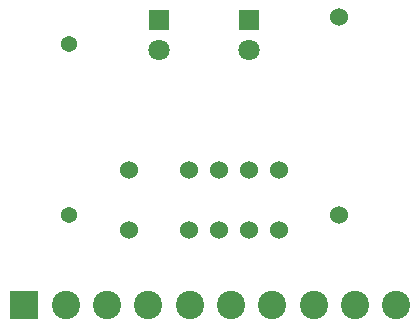
<source format=gbl>
G04 #@! TF.GenerationSoftware,KiCad,Pcbnew,(2017-12-24 revision 570866557)-makepkg*
G04 #@! TF.CreationDate,2018-01-07T21:56:49-05:00*
G04 #@! TF.ProjectId,LatchRelay,4C6174636852656C61792E6B69636164,rev?*
G04 #@! TF.SameCoordinates,Original*
G04 #@! TF.FileFunction,Copper,L2,Bot,Signal*
G04 #@! TF.FilePolarity,Positive*
%FSLAX46Y46*%
G04 Gerber Fmt 4.6, Leading zero omitted, Abs format (unit mm)*
G04 Created by KiCad (PCBNEW (2017-12-24 revision 570866557)-makepkg) date Sun Jan  7 21:56:49 2018*
%MOMM*%
%LPD*%
G01*
G04 APERTURE LIST*
%ADD10C,1.524000*%
%ADD11C,1.371600*%
%ADD12R,2.400000X2.400000*%
%ADD13C,2.400000*%
%ADD14C,1.800000*%
%ADD15R,1.800000X1.800000*%
%ADD16C,1.250000*%
G04 APERTURE END LIST*
D10*
X153670000Y-65786000D03*
X153670000Y-82550000D03*
D11*
X130810000Y-68072000D03*
X130810000Y-82550000D03*
D12*
X127000000Y-90170000D03*
D13*
X130500000Y-90170000D03*
X134000000Y-90170000D03*
X137500000Y-90170000D03*
X141000000Y-90170000D03*
X144500000Y-90170000D03*
X148000000Y-90170000D03*
X151500000Y-90170000D03*
X155000000Y-90170000D03*
X158500000Y-90170000D03*
D10*
X135890000Y-78740000D03*
X140970000Y-78740000D03*
X143510000Y-78740000D03*
X146050000Y-78740000D03*
X148590000Y-78740000D03*
X135890000Y-83820000D03*
X140970000Y-83820000D03*
X143510000Y-83820000D03*
X146050000Y-83820000D03*
X148590000Y-83820000D03*
D14*
X138430000Y-68580000D03*
D15*
X138430000Y-66040000D03*
X146050000Y-66040000D03*
D14*
X146050000Y-68580000D03*
D16*
X137500000Y-90170000D02*
X137500000Y-89576000D01*
M02*

</source>
